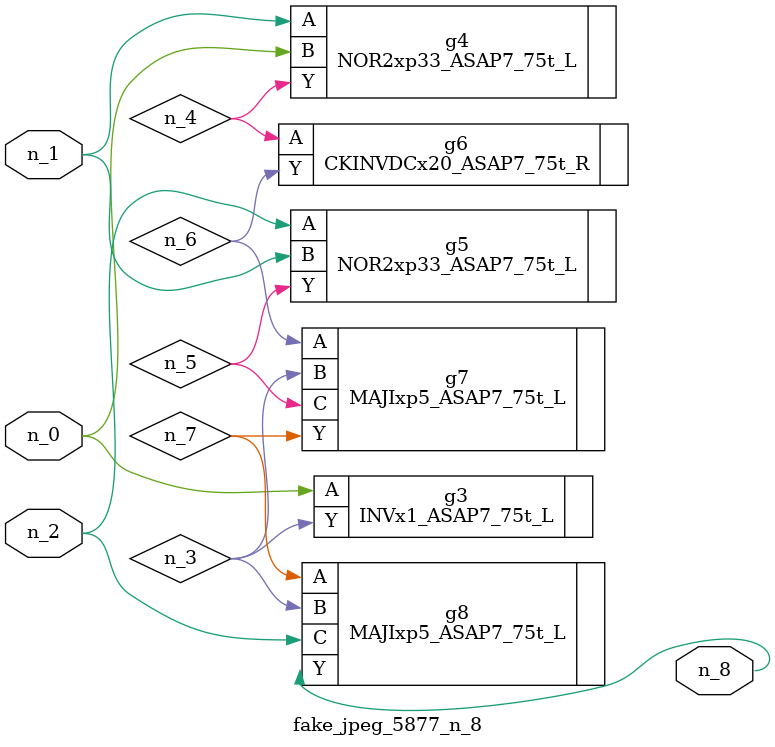
<source format=v>
module fake_jpeg_5877_n_8 (n_0, n_2, n_1, n_8);

input n_0;
input n_2;
input n_1;

output n_8;

wire n_3;
wire n_4;
wire n_6;
wire n_5;
wire n_7;

INVx1_ASAP7_75t_L g3 ( 
.A(n_0),
.Y(n_3)
);

NOR2xp33_ASAP7_75t_L g4 ( 
.A(n_1),
.B(n_0),
.Y(n_4)
);

NOR2xp33_ASAP7_75t_L g5 ( 
.A(n_2),
.B(n_1),
.Y(n_5)
);

CKINVDCx20_ASAP7_75t_R g6 ( 
.A(n_4),
.Y(n_6)
);

MAJIxp5_ASAP7_75t_L g7 ( 
.A(n_6),
.B(n_3),
.C(n_5),
.Y(n_7)
);

MAJIxp5_ASAP7_75t_L g8 ( 
.A(n_7),
.B(n_3),
.C(n_2),
.Y(n_8)
);


endmodule
</source>
